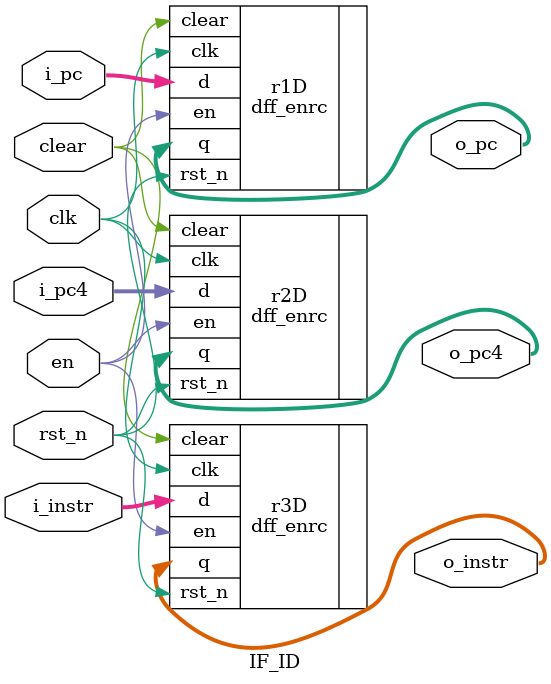
<source format=v>
module IF_ID#(parameter DATA_WIDTH = 64)
(
	input			clk				,
	input			rst_n			,
	input			en				,
	input			clear			,
	input	[DATA_WIDTH-1:0]	i_pc			,	
	input	[DATA_WIDTH-1:0]	i_pc4			,
	input	[31:0]	i_instr			,
	output	[DATA_WIDTH-1:0]	o_pc			,
	output	[DATA_WIDTH-1:0]	o_pc4			,
	output	[31:0]	o_instr
);
dff_enrc #(DATA_WIDTH) r1D(
			.clk	(clk)		,
			.rst_n	(rst_n)		,
			.en		(en)		,
			.clear	(clear)		,
			.d		(i_pc)		,
			.q		(o_pc)
);

dff_enrc #(DATA_WIDTH) r2D(
			.clk	(clk)		,
			.rst_n	(rst_n)		,
			.en		(en)		,
			.clear	(clear)		,
			.d		(i_pc4)		,
			.q		(o_pc4)
);
dff_enrc #(32) r3D(
			.clk	(clk)		,
			.rst_n	(rst_n)		,
			.en		(en)		,
			.clear	(clear)		,
			.d		(i_instr)	,
			.q		(o_instr)
);

endmodule

</source>
